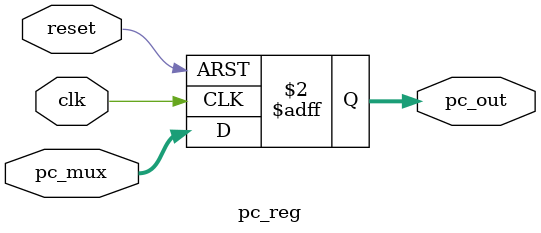
<source format=sv>
`timescale 1ns / 1ps


module pc_reg#(
parameter int w=32)(
input logic [w-1:0] pc_mux,
input logic clk,
input logic reset,
output logic [w-1:0] pc_out

    );
    always_ff @(posedge clk or posedge reset )
    begin
    if(reset)
    pc_out<=0;
    else
    pc_out<=pc_mux;
    end 
endmodule

</source>
